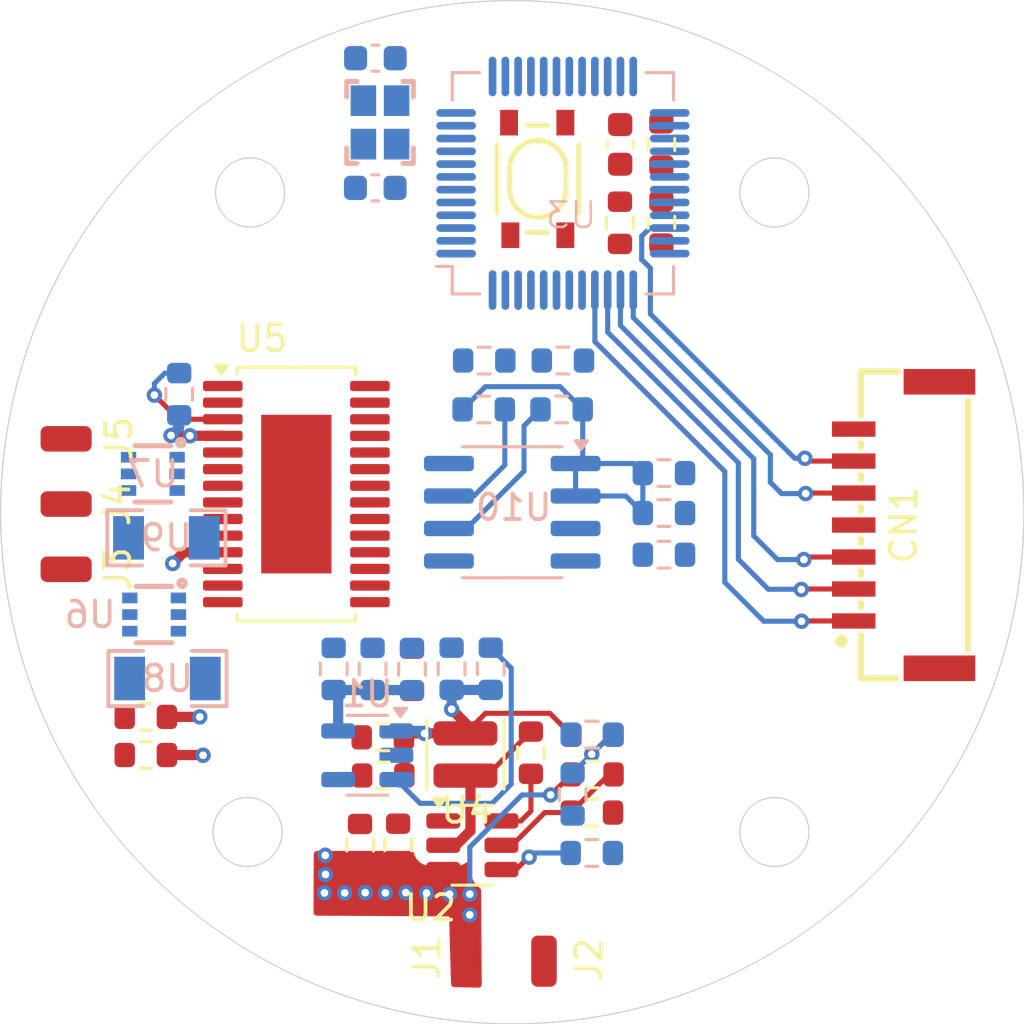
<source format=kicad_pcb>
(kicad_pcb (version 20241229) (generator "pcbnew") (generator_version "9.0")
  (layers (0 "F.Cu" signal "Top Layer") (4 "In1.Cu" mixed) (6 "In2.Cu" mixed) (2 "B.Cu" signal "Bottom Layer") (13 "F.Paste" user "Top Paste Mask Layer") (15 "B.Paste" user "Bottom Paste Mask Layer") (5 "F.SilkS" user "Top Silkscreen Layer") (7 "B.SilkS" user "Bottom Silkscreen Layer") (1 "F.Mask" user "Top Solder Mask Layer") (3 "B.Mask" user "Bottom Solder Mask Layer") (25 "Edge.Cuts" user "Multi-Layer"))
  (net 0 "")
  (net 1 "/OSC_IN")
  (net 2 "/BOOT0")
  (net 3 "Net-(Y1-Pad2)")
  (net 4 "Net-(U1-EN)")
  (net 5 "3.3V")
  (net 7 "+5V")
  (net 8 "/VDD")
  (net 9 "/PB10")
  (net 10 "/PC15")
  (net 11 "/PB13")
  (net 12 "/PB11")
  (net 13 "/PA12")
  (net 14 "/PB5")
  (net 15 "/PA7")
  (net 16 "/PA3")
  (net 17 "/PA6")
  (net 18 "/PA9")
  (net 19 "/PD12")
  (net 20 "/OSC_OUT")
  (net 21 "/PC13")
  (net 22 "/PA1")
  (net 23 "/PA2")
  (net 24 "/PB1")
  (net 25 "/PB7")
  (net 26 "/PB2")
  (net 27 "/PB12")
  (net 28 "/PA0")
  (net 29 "/PC14")
  (net 30 "/PA4")
  (net 31 "/PA5")
  (net 32 "/PA11")
  (net 33 "/PB0")
  (net 34 "/NRST")
  (net 35 "/PA8")
  (net 36 "/PD13")
  (net 37 "/PB6")
  (net 38 "/PB9")
  (net 39 "/PB15")
  (net 40 "Net-(U2-BOOT)")
  (net 41 "VCC")
  (net 42 "Net-(U2-FB)")
  (net 43 "/EN")
  (net 44 "Net-(U2-SW)")
  (net 45 "Net-(U5-RESET#)")
  (net 46 "/PGND")
  (net 47 "/OUT1")
  (net 50 "Net-(U5-CP1)")
  (net 52 "/OUT2")
  (net 54 "Net-(U5-CP2)")
  (net 56 "/MOTOR1")
  (net 58 "/MOTOR2")
  (net 60 "/SCL")
  (net 63 "/SDA")
  (net 64 "Net-(C13-Pad2)")
  (net 67 "/MOTOR3")
  (net 68 "Net-(U10-PGO)")
  (net 69 "GND")
  (net 70 "/VSS")
  (net 71 "Net-(U5-VCP)")
  (net 72 "JTDO")
  (net 73 "JTDI")
  (net 74 "JTMS")
  (net 75 "JTCK")
  (net 76 "NJTRST")
  (net 77 "TIM1_CH3")
  (net 78 "TIM1_CH2")
  (net 79 "TIM1_CH1")
  (net 80 "OUT3")
  (footprint "Connector_Wire:SolderWirePad_1x01_SMD_1x2mm" (layer "F.Cu") (at 197.56 68.63 90)
    (property "Reference" "J5" (at 0 2.07 90) (layer "F.SilkS"))
    (property "Value" "Conn_01x01")
    (pad "1" smd roundrect (at 0 0 90) (size 1 2) (layers "F.Cu" "F.Mask") (net 67 "/MOTOR3"))
  )
  (footprint "SparkFun-Resistor:R_0603_1608Metric" (layer "F.Cu") (at 209.94 80.3)
    (property "Reference" "C11")
    (property "Value" "22uF")
    (pad "1" smd roundrect (at -0.825 0) (size 0.8 0.95) (layers "F.Cu" "F.Mask" "F.Paste") (net 69 "GND"))
    (pad "2" smd roundrect (at 0.825 0) (size 0.8 0.95) (layers "F.Cu" "F.Mask" "F.Paste") (net 7 "+5V"))
  )
  (footprint "SparkFun-Resistor:R_0603_1608Metric" (layer "F.Cu") (at 218.135 80.2 180)
    (property "Reference" "R4")
    (property "Value" "49.9")
    (pad "1" smd roundrect (at -0.825 0 180) (size 0.8 0.95) (layers "F.Cu" "F.Mask" "F.Paste") (net 64 "Net-(C13-Pad2)"))
    (pad "2" smd roundrect (at 0.825 0 180) (size 0.8 0.95) (layers "F.Cu" "F.Mask" "F.Paste") (net 7 "+5V"))
  )
  (footprint "Connector_Wire:SolderWirePad_1x01_SMD_1x2mm" (layer "F.Cu") (at 216.24 89.05)
    (property "Reference" "J2" (at 1.76 -0.05 90) (layer "F.SilkS"))
    (property "Value" "Conn_01x01" (hide yes))
    (pad "1" smd roundrect (at 0 0) (size 1 2) (layers "F.Cu" "F.Mask") (net 46 "/PGND"))
  )
  (footprint "Package_TO_SOT_SMD:SOT-23-6" (layer "F.Cu") (at 213.44 84.5175)
    (property "Reference" "U2" (at -1.64 2.4525 0) (layer "F.SilkS"))
    (property "Value" "TPS54302DDCR" (hide yes))
    (pad "1" smd roundrect (at -1.1375 -0.95) (size 1.325 0.6) (layers "F.Cu" "F.Mask" "F.Paste") (net 69 "GND"))
    (pad "2" smd roundrect (at -1.1375 0) (size 1.325 0.6) (layers "F.Cu" "F.Mask" "F.Paste") (net 44 "Net-(U2-SW)"))
    (pad "3" smd roundrect (at -1.1375 0.95) (size 1.325 0.6) (layers "F.Cu" "F.Mask" "F.Paste") (net 41 "VCC"))
    (pad "4" smd roundrect (at 1.1375 0.95) (size 1.325 0.6) (layers "F.Cu" "F.Mask" "F.Paste") (net 42 "Net-(U2-FB)"))
    (pad "5" smd roundrect (at 1.1375 0) (size 1.325 0.6) (layers "F.Cu" "F.Mask" "F.Paste") (net 43 "/EN"))
    (pad "6" smd roundrect (at 1.1375 -0.95) (size 1.325 0.6) (layers "F.Cu" "F.Mask" "F.Paste") (net 40 "Net-(U2-BOOT)"))
  )
  (footprint "Connector_Wire:SolderWirePad_1x01_SMD_1x2mm" (layer "F.Cu") (at 213.28 89.06)
    (property "Reference" "J1" (at -1.62 -0.14 90) (layer "F.SilkS"))
    (property "Value" "Conn_01x01" (hide yes))
    (pad "1" smd roundrect (at 0 0) (size 1 2) (layers "F.Cu" "F.Mask") (net 41 "VCC"))
  )
  (footprint "Connector_Wire:SolderWirePad_1x01_SMD_1x2mm" (layer "F.Cu") (at 197.56 73.73 90)
    (property "Reference" "J3" (at 0 2.01 90) (layer "F.SilkS"))
    (property "Value" "Conn_01x01")
    (pad "1" smd roundrect (at 0 0 90) (size 1 2) (layers "F.Cu" "F.Mask") (net 56 "/MOTOR1"))
  )
  (footprint "SparkFun-Resistor:R_0603_1608Metric" (layer "F.Cu") (at 218.135 81.75 180)
    (property "Reference" "R2")
    (property "Value" "511K")
    (pad "1" smd roundrect (at -0.825 0 180) (size 0.8 0.95) (layers "F.Cu" "F.Mask" "F.Paste") (net 43 "/EN"))
    (pad "2" smd roundrect (at 0.825 0 180) (size 0.8 0.95) (layers "F.Cu" "F.Mask" "F.Paste") (net 41 "VCC"))
  )
  (footprint "SparkFun-Resistor:R_0603_1608Metric" (layer "F.Cu") (at 200.675 79.5)
    (property "Reference" "C18")
    (property "Value" "100nF")
    (pad "1" smd roundrect (at -0.825 0) (size 0.8 0.95) (layers "F.Cu" "F.Mask" "F.Paste") (net 69 "GND"))
    (pad "2" smd roundrect (at 0.825 0) (size 0.8 0.95) (layers "F.Cu" "F.Mask" "F.Paste") (net 41 "VCC"))
  )
  (footprint "SparkFun-Resistor:R_0603_1608Metric" (layer "F.Cu") (at 218.115 83.24 180)
    (property "Reference" "R3")
    (property "Value" "105K")
    (pad "1" smd roundrect (at -0.825 0 180) (size 0.8 0.95) (layers "F.Cu" "F.Mask" "F.Paste") (net 69 "GND"))
    (pad "2" smd roundrect (at 0.825 0 180) (size 0.8 0.95) (layers "F.Cu" "F.Mask" "F.Paste") (net 43 "/EN"))
  )
  (footprint "Inductor_SMD:L_Changjiang_FTC252012S" (layer "F.Cu") (at 213.17 80.97 90)
    (property "Reference" "U4" (at -2.175 0.06 0) (layer "F.SilkS"))
    (property "Value" "10uH")
    (pad "1" smd roundrect (at -0.825 0 90) (size 0.95 2.5) (layers "F.Cu" "F.Mask" "F.Paste") (net 44 "Net-(U2-SW)"))
    (pad "2" smd roundrect (at 0.825 0 90) (size 0.95 2.5) (layers "F.Cu" "F.Mask" "F.Paste") (net 7 "+5V"))
  )
  (footprint "SparkFun-Switch:Push_SMD_4.2x3.2mm" (layer "F.Cu") (at 216 58.47 -90)
    (property "Reference" "SW2")
    (property "Value" "SMD_4.2x3.2mm_h2.5mm")
    (pad "1" smd rect (at -2.2 -1.075 270) (size 1 0.7) (layers "F.Cu" "F.Mask" "F.Paste") (net 69 "GND"))
    (pad "1" smd rect (at 2.2 -1.075 270) (size 1 0.7) (layers "F.Cu" "F.Mask" "F.Paste") (net 69 "GND"))
    (pad "2" smd rect (at -2.2 1.125 270) (size 1 0.7) (layers "F.Cu" "F.Mask" "F.Paste") (net 34 "/NRST"))
    (pad "2" smd rect (at 2.2 1.075 270) (size 1 0.7) (layers "F.Cu" "F.Mask" "F.Paste") (net 34 "/NRST"))
  )
  (footprint "SparkFun-Resistor:R_0603_1608Metric" (layer "F.Cu") (at 219.21 60.185 90)
    (property "Reference" "R8")
    (property "Value" "10k")
    (pad "1" smd roundrect (at -0.825 0 90) (size 0.8 0.95) (layers "F.Cu" "F.Mask" "F.Paste") (net 2 "/BOOT0"))
    (pad "2" smd roundrect (at 0.825 0 90) (size 0.8 0.95) (layers "F.Cu" "F.Mask" "F.Paste") (net 69 "GND"))
  )
  (footprint "SparkFun-Resistor:R_0603_1608Metric" (layer "F.Cu") (at 220.83 57.125 -90)
    (property "Reference" "C7")
    (property "Value" "1uF")
    (pad "1" smd roundrect (at -0.825 0 270) (size 0.8 0.95) (layers "F.Cu" "F.Mask" "F.Paste") (net 69 "GND"))
    (pad "2" smd roundrect (at 0.825 0 270) (size 0.8 0.95) (layers "F.Cu" "F.Mask" "F.Paste") (net 5 "3.3V"))
  )
  (footprint "Package_SO:HTSSOP-28-1EP_4.4x9.7mm_P0.65mm_EP2.75x6.2mm" (layer "F.Cu") (at 206.56 70.79)
    (property "Reference" "U5" (at -1.34 -6.082 0) (layer "F.SilkS"))
    (property "Value" "DRV8313PWPR")
    (pad "1" smd roundrect (at -2.875 -4.225) (size 1.55 0.4) (layers "F.Cu" "F.Mask" "F.Paste") (net 50 "Net-(U5-CP1)"))
    (pad "2" smd roundrect (at -2.875 -3.575) (size 1.55 0.4) (layers "F.Cu" "F.Mask" "F.Paste") (net 54 "Net-(U5-CP2)"))
    (pad "3" smd roundrect (at -2.875 -2.925) (size 1.55 0.4) (layers "F.Cu" "F.Mask" "F.Paste") (net 71 "Net-(U5-VCP)"))
    (pad "4" smd roundrect (at -2.875 -2.275) (size 1.55 0.4) (layers "F.Cu" "F.Mask" "F.Paste") (net 41 "VCC"))
    (pad "5" smd roundrect (at -2.875 -1.625) (size 1.55 0.4) (layers "F.Cu" "F.Mask" "F.Paste") (net 47 "/OUT1"))
    (pad "6" smd roundrect (at -2.875 -0.975) (size 1.55 0.4) (layers "F.Cu" "F.Mask" "F.Paste") (net 46 "/PGND"))
    (pad "7" smd roundrect (at -2.875 -0.325) (size 1.55 0.4) (layers "F.Cu" "F.Mask" "F.Paste") (net 46 "/PGND"))
    (pad "8" smd roundrect (at -2.875 0.325) (size 1.55 0.4) (layers "F.Cu" "F.Mask" "F.Paste") (net 52 "/OUT2"))
    (pad "9" smd roundrect (at -2.875 0.975) (size 1.55 0.4) (layers "F.Cu" "F.Mask" "F.Paste") (net 80 "OUT3"))
    (pad "10" smd roundrect (at -2.875 1.625) (size 1.55 0.4) (layers "F.Cu" "F.Mask" "F.Paste") (net 46 "/PGND"))
    (pad "11" smd roundrect (at -2.875 2.275) (size 1.55 0.4) (layers "F.Cu" "F.Mask" "F.Paste") (net 41 "VCC"))
    (pad "12" smd roundrect (at -2.875 2.925) (size 1.55 0.4) (layers "F.Cu" "F.Mask" "F.Paste") (net 69 "GND"))
    (pad "13" smd roundrect (at -2.875 3.575) (size 1.55 0.4) (layers "F.Cu" "F.Mask" "F.Paste") (net 69 "GND"))
    (pad "14" smd roundrect (at -2.875 4.225) (size 1.55 0.4) (layers "F.Cu" "F.Mask" "F.Paste") (net 69 "GND"))
    (pad "15" smd roundrect (at 2.875 4.225) (size 1.55 0.4) (layers "F.Cu" "F.Mask" "F.Paste") (net 45 "Net-(U5-RESET#)"))
    (pad "16" smd roundrect (at 2.875 3.575) (size 1.55 0.4) (layers "F.Cu" "F.Mask" "F.Paste") (net 45 "Net-(U5-RESET#)"))
    (pad "17" smd roundrect (at 2.875 2.925) (size 1.55 0.4) (layers "F.Cu" "F.Mask" "F.Paste") (net 45 "Net-(U5-RESET#)"))
    (pad "18" smd roundrect (at 2.875 2.275) (size 1.55 0.4) (layers "F.Cu" "F.Mask" "F.Paste"))
    (pad "19" smd roundrect (at 2.875 1.625) (size 1.55 0.4) (layers "F.Cu" "F.Mask" "F.Paste") (net 69 "GND"))
    (pad "20" smd roundrect (at 2.875 0.975) (size 1.55 0.4) (layers "F.Cu" "F.Mask" "F.Paste") (net 69 "GND"))
    (pad "21" smd roundrect (at 2.875 0.325) (size 1.55 0.4) (layers "F.Cu" "F.Mask" "F.Paste"))
    (pad "22" smd roundrect (at 2.875 -0.325) (size 1.55 0.4) (layers "F.Cu" "F.Mask" "F.Paste"))
    (pad "23" smd roundrect (at 2.875 -0.975) (size 1.55 0.4) (layers "F.Cu" "F.Mask" "F.Paste") (net 77 "TIM1_CH3"))
    (pad "24" smd roundrect (at 2.875 -1.625) (size 1.55 0.4) (layers "F.Cu" "F.Mask" "F.Paste"))
    (pad "25" smd roundrect (at 2.875 -2.275) (size 1.55 0.4) (layers "F.Cu" "F.Mask" "F.Paste") (net 78 "TIM1_CH2"))
    (pad "26" smd roundrect (at 2.875 -2.925) (size 1.55 0.4) (layers "F.Cu" "F.Mask" "F.Paste"))
    (pad "27" smd roundrect (at 2.875 -3.575) (size 1.55 0.4) (layers "F.Cu" "F.Mask" "F.Paste") (net 79 "TIM1_CH1"))
    (pad "28" smd roundrect (at 2.875 -4.225) (size 1.55 0.4) (layers "F.Cu" "F.Mask" "F.Paste") (net 69 "GND"))
    (pad "29" smd rect (at 0 0) (size 2.75 6.2) (property pad_prop_heatsink) (layers "F.Cu" "F.Mask") (net 46 "/PGND"))
  )
  (footprint "SparkFun-Resistor:R_0603_1608Metric" (layer "F.Cu") (at 200.675 80.99)
    (property "Reference" "C17")
    (property "Value" "10uF")
    (pad "1" smd roundrect (at -0.825 0) (size 0.8 0.95) (layers "F.Cu" "F.Mask" "F.Paste") (net 69 "GND"))
    (pad "2" smd roundrect (at 0.825 0) (size 0.8 0.95) (layers "F.Cu" "F.Mask" "F.Paste") (net 41 "VCC"))
  )
  (footprint "Connector_Wire:SolderWirePad_1x01_SMD_1x2mm" (layer "F.Cu") (at 197.56 71.18 90)
    (property "Reference" "J4" (at 0 1.98 90) (layer "F.SilkS"))
    (property "Value" "Conn_01x01")
    (pad "1" smd roundrect (at 0 0 90) (size 1 2) (layers "F.Cu" "F.Mask") (net 58 "/MOTOR2"))
  )
  (footprint "SparkFun-Resistor:R_0603_1608Metric" (layer "F.Cu") (at 215.73 80.9 90)
    (property "Reference" "C9")
    (property "Value" "100nF")
    (pad "1" smd roundrect (at -0.825 0 90) (size 0.8 0.95) (layers "F.Cu" "F.Mask" "F.Paste") (net 40 "Net-(U2-BOOT)"))
    (pad "2" smd roundrect (at 0.825 0 90) (size 0.8 0.95) (layers "F.Cu" "F.Mask" "F.Paste") (net 44 "Net-(U2-SW)"))
  )
  (footprint "SparkFun-Resistor:R_0603_1608Metric" (layer "F.Cu") (at 209.05 84.51 -90)
    (property "Reference" "C5")
    (property "Value" "100nF")
    (pad "1" smd roundrect (at -0.825 0 270) (size 0.8 0.95) (layers "F.Cu" "F.Mask" "F.Paste") (net 69 "GND"))
    (pad "2" smd roundrect (at 0.825 0 270) (size 0.8 0.95) (layers "F.Cu" "F.Mask" "F.Paste") (net 41 "VCC"))
  )
  (footprint "SparkFun-Resistor:R_0603_1608Metric" (layer "F.Cu") (at 220.83 60.17 -90)
    (property "Reference" "C4")
    (property "Value" "100nF")
    (pad "1" smd roundrect (at -0.825 0 270) (size 0.8 0.95) (layers "F.Cu" "F.Mask" "F.Paste") (net 69 "GND"))
    (pad "2" smd roundrect (at 0.825 0 270) (size 0.8 0.95) (layers "F.Cu" "F.Mask" "F.Paste") (net 5 "3.3V"))
  )
  (footprint "SparkFun-Resistor:R_0603_1608Metric" (layer "F.Cu") (at 210.54 84.5 -90)
    (property "Reference" "C2")
    (property "Value" "10uF")
    (pad "1" smd roundrect (at -0.825 0 270) (size 0.8 0.95) (layers "F.Cu" "F.Mask" "F.Paste") (net 69 "GND"))
    (pad "2" smd roundrect (at 0.825 0 270) (size 0.8 0.95) (layers "F.Cu" "F.Mask" "F.Paste") (net 41 "VCC"))
  )
  (footprint "SparkFun-Resistor:R_0603_1608Metric" (layer "F.Cu") (at 209.955 81.79)
    (property "Reference" "C12")
    (property "Value" "22uF")
    (pad "1" smd roundrect (at -0.825 0) (size 0.8 0.95) (layers "F.Cu" "F.Mask" "F.Paste") (net 69 "GND"))
    (pad "2" smd roundrect (at 0.825 0) (size 0.8 0.95) (layers "F.Cu" "F.Mask" "F.Paste") (net 7 "+5V"))
  )
  (footprint "SparkFun-Resistor:R_0603_1608Metric" (layer "F.Cu") (at 211.08 77.655 90)
    (property "Reference" "C21")
    (property "Value" "100nF")
    (pad "1" smd roundrect (at -0.825 0 90) (size 0.8 0.95) (layers "F.Cu" "F.Mask" "F.Paste") (net 45 "Net-(U5-RESET#)"))
    (pad "2" smd roundrect (at 0.825 0 90) (size 0.8 0.95) (layers "F.Cu" "F.Mask" "F.Paste") (net 69 "GND"))
  )
  (footprint "ProPrj_BLDCcontroller_2025-09-27:CONN-SMD_7P-P1.25_XUNPU_WAFER-GH1.25-7PLB" (layer "F.Cu") (at 230.025 72 90)
    (property "Reference" "CN1" (at 0 0.275 90) (layer "F.SilkS"))
    (property "Value" "WAFER-GH1.25-7PLB" (hide yes))
    (pad "1" smd rect (at -3.75 -1.675 270) (size 0.6 1.7) (layers "F.Cu" "F.Mask" "F.Paste") (net 76 "NJTRST"))
    (pad "2" smd rect (at -2.4995 -1.675 270) (size 0.6 1.7) (layers "F.Cu" "F.Mask" "F.Paste") (net 72 "JTDO"))
    (pad "3" smd rect (at -1.25 -1.675 270) (size 0.6 1.7) (layers "F.Cu" "F.Mask" "F.Paste") (net 73 "JTDI"))
    (pad "4" smd rect (at 0 -1.675 270) (size 0.6 1.7) (layers "F.Cu" "F.Mask" "F.Paste") (net 69 "GND"))
    (pad "5" smd rect (at 1.2505 -1.675 270) (size 0.6 1.7) (layers "F.Cu" "F.Mask" "F.Paste") (net 75 "JTCK"))
    (pad "6" smd rect (at 2.5 -1.675 270) (size 0.6 1.7) (layers "F.Cu" "F.Mask" "F.Paste") (net 74 "JTMS"))
    (pad "7" smd rect (at 3.75 -1.675 270) (size 0.6 1.7) (layers "F.Cu" "F.Mask" "F.Paste") (net 5 "3.3V"))
    (pad "8" smd rect (at 5.6 1.675 270) (size 1 2.8) (layers "F.Cu" "F.Mask" "F.Paste") (net 69 "GND"))
    (pad "9" smd rect (at -5.6 1.675 270) (size 1 2.8) (layers "F.Cu" "F.Mask" "F.Paste") (net 69 "GND"))
  )
  (footprint "SparkFun-Capacitor:C_0603_1608Metric" (layer "F.Cu") (at 219.22 57.12 -90)
    (property "Reference" "C24")
    (property "Value" "0.1uF")
    (pad "1" smd roundrect (at -0.775 0 270) (size 0.9 0.95) (layers "F.Cu" "F.Mask" "F.Paste") (net 69 "GND"))
    (pad "2" smd roundrect (at 0.775 0 270) (size 0.9 0.95) (layers "F.Cu" "F.Mask" "F.Paste") (net 34 "/NRST"))
  )
  (footprint "Package_TO_SOT_SMD:SOT-23-5" (layer "B.Cu") (at 209.3325 81 180)
    (property "Reference" "U1" (at 0 2.4 0) (layer "B.SilkS") (effects (justify mirror)))
    (property "Value" "SGM2019-3.3YN5G/TR")
    (pad "1" smd roundrect (at -1.1375 0.95 180) (size 1.325 0.6) (layers "B.Cu" "B.Mask" "B.Paste") (net 7 "+5V"))
    (pad "2" smd roundrect (at -1.1375 0 180) (size 1.325 0.6) (layers "B.Cu" "B.Mask" "B.Paste") (net 69 "GND"))
    (pad "3" smd roundrect (at -1.1375 -0.95 180) (size 1.325 0.6) (layers "B.Cu" "B.Mask" "B.Paste") (net 4 "Net-(U1-EN)"))
    (pad "4" smd roundrect (at 1.1375 -0.95 180) (size 1.325 0.6) (layers "B.Cu" "B.Mask" "B.Paste"))
    (pad "5" smd roundrect (at 1.1375 0.95 180) (size 1.325 0.6) (layers "B.Cu" "B.Mask" "B.Paste") (net 5 "3.3V"))
  )
  (footprint "SparkFun-Capacitor:C_0603_1608Metric" (layer "B.Cu") (at 209.645 58.82 180)
    (property "Reference" "C15")
    (property "Value" "15pF")
    (pad "1" smd roundrect (at -0.775 0 180) (size 0.9 0.95) (layers "B.Cu" "B.Mask" "B.Paste") (net 1 "/OSC_IN"))
    (pad "2" smd roundrect (at 0.775 0 180) (size 0.9 0.95) (layers "B.Cu" "B.Mask" "B.Paste") (net 69 "GND"))
  )
  (footprint "ProPrj_BLDCcontroller_2025-09-27:R1206" (layer "B.Cu") (at 201.521 78 180)
    (property "Reference" "U8" (at 0 0 0) (layer "B.SilkS") (effects (justify mirror)))
    (property "Value" "1mΩ")
    (pad "1" smd rect (at -1.479 0 180) (size 1.2075 1.701) (layers "B.Cu" "B.Mask" "B.Paste") (net 47 "/OUT1"))
    (pad "2" smd rect (at 1.479 0 180) (size 1.2075 1.701) (layers "B.Cu" "B.Mask" "B.Paste") (net 56 "/MOTOR1"))
  )
  (footprint "SparkFun-Resistor:R_0603_1608Metric" (layer "B.Cu") (at 217.36 82.53 90)
    (property "Reference" "C13")
    (property "Value" "75pF")
    (pad "1" smd roundrect (at -0.825 0 90) (size 0.8 0.95) (layers "B.Cu" "B.Mask" "B.Paste") (net 42 "Net-(U2-FB)"))
    (pad "2" smd roundrect (at 0.825 0 90) (size 0.8 0.95) (layers "B.Cu" "B.Mask" "B.Paste") (net 64 "Net-(C13-Pad2)"))
  )
  (footprint "SparkFun-Resistor:R_0603_1608Metric" (layer "B.Cu") (at 220.93 71.53 180)
    (property "Reference" "C23")
    (property "Value" "100nF")
    (pad "1" smd roundrect (at -0.825 0 180) (size 0.8 0.95) (layers "B.Cu" "B.Mask" "B.Paste"))
    (pad "2" smd roundrect (at 0.825 0 180) (size 0.8 0.95) (layers "B.Cu" "B.Mask" "B.Paste") (net 5 "3.3V"))
  )
  (footprint "SparkFun-Resistor:R_0603_1608Metric" (layer "B.Cu") (at 216.98 65.57)
    (property "Reference" "C6")
    (property "Value" "100nF")
    (pad "1" smd roundrect (at -0.825 0) (size 0.8 0.95) (layers "B.Cu" "B.Mask" "B.Paste") (net 69 "GND"))
    (pad "2" smd roundrect (at 0.825 0) (size 0.8 0.95) (layers "B.Cu" "B.Mask" "B.Paste") (net 5 "3.3V"))
  )
  (footprint "ProPrj_BLDCcontroller_2025-09-27:SC-70-6_L2.2-W1.3-P0.65-LS2.1-BR" (layer "B.Cu") (at 200.95 70)
    (property "Reference" "U7" (at 0 0 0) (layer "B.SilkS") (effects (justify mirror)))
    (property "Value" "INA199A1DCKR")
    (pad "1" smd rect (at 0.95 -0.65 270) (size 0.42 0.6) (layers "B.Cu" "B.Mask" "B.Paste") (net 69 "GND"))
    (pad "2" smd rect (at 0.95 0 270) (size 0.42 0.6) (layers "B.Cu" "B.Mask" "B.Paste") (net 69 "GND"))
    (pad "3" smd rect (at 0.95 0.65 270) (size 0.42 0.6) (layers "B.Cu" "B.Mask" "B.Paste") (net 5 "3.3V"))
    (pad "4" smd rect (at -0.95 0.65 90) (size 0.42 0.6) (layers "B.Cu" "B.Mask" "B.Paste") (net 52 "/OUT2"))
    (pad "5" smd rect (at -0.95 0 90) (size 0.42 0.6) (layers "B.Cu" "B.Mask" "B.Paste") (net 58 "/MOTOR2"))
    (pad "6" smd rect (at -0.95 -0.65 90) (size 0.42 0.6) (layers "B.Cu" "B.Mask" "B.Paste"))
  )
  (footprint "SparkFun-Resistor:R_0603_1608Metric" (layer "B.Cu") (at 220.93 69.97 180)
    (property "Reference" "C22")
    (property "Value" "100nF")
    (pad "1" smd roundrect (at -0.825 0 180) (size 0.8 0.95) (layers "B.Cu" "B.Mask" "B.Paste"))
    (pad "2" smd roundrect (at 0.825 0 180) (size 0.8 0.95) (layers "B.Cu" "B.Mask" "B.Paste") (net 5 "3.3V"))
  )
  (footprint "SparkFun-Clock:Crystal_SMD_2.5x2.0mm" (layer "B.Cu") (at 209.83 56.26 90)
    (property "Reference" "Y1")
    (property "Value" "12MHz")
    (pad "1" smd rect (at -0.85 -0.65 90) (size 1.2 1) (layers "B.Cu" "B.Mask" "B.Paste") (net 1 "/OSC_IN"))
    (pad "2" smd rect (at 0.85 -0.65 90) (size 1.2 1) (layers "B.Cu" "B.Mask" "B.Paste") (net 3 "Net-(Y1-Pad2)"))
    (pad "3" smd rect (at 0.85 0.65 90) (size 1.2 1) (layers "B.Cu" "B.Mask" "B.Paste") (net 20 "/OSC_OUT"))
    (pad "4" smd rect (at -0.85 0.65 90) (size 1.2 1) (layers "B.Cu" "B.Mask" "B.Paste") (net 3 "Net-(Y1-Pad2)"))
  )
  (footprint "SparkFun-Resistor:R_0603_1608Metric" (layer "B.Cu") (at 220.93 73.16)
    (property "Reference" "R9")
    (property "Value" "1K")
    (pad "1" smd roundrect (at -0.825 0) (size 0.8 0.95) (layers "B.Cu" "B.Mask" "B.Paste") (net 68 "Net-(U10-PGO)"))
    (pad "2" smd roundrect (at 0.825 0) (size 0.8 0.95) (layers "B.Cu" "B.Mask" "B.Paste") (net 69 "GND"))
  )
  (footprint "SparkFun-Resistor:R_0603_1608Metric" (layer "B.Cu") (at 213.905 65.57 180)
    (property "Reference" "C1")
    (property "Value" "100nF")
    (pad "1" smd roundrect (at -0.825 0 180) (size 0.8 0.95) (layers "B.Cu" "B.Mask" "B.Paste") (net 69 "GND"))
    (pad "2" smd roundrect (at 0.825 0 180) (size 0.8 0.95) (layers "B.Cu" "B.Mask" "B.Paste") (net 5 "3.3V"))
  )
  (footprint "SparkFun-Resistor:R_0603_1608Metric" (layer "B.Cu") (at 216.93 67.48)
    (property "Reference" "R11")
    (property "Value" "10K")
    (pad "1" smd roundrect (at -0.825 0) (size 0.8 0.95) (layers "B.Cu" "B.Mask" "B.Paste") (net 63 "/SDA"))
    (pad "2" smd roundrect (at 0.825 0) (size 0.8 0.95) (layers "B.Cu" "B.Mask" "B.Paste") (net 5 "3.3V"))
  )
  (footprint "N32_Library:N32G430C8L7" (layer "B.Cu") (at 217.305 59.89)
    (property "Reference" "U3" (at 0 0 0) (layer "B.SilkS") (effects (font (thickness 0.1)) (justify mirror)))
    (property "Value" "N32G430C8L7")
    (pad "1" smd oval (at -4.5 1.5 270) (size 0.3 1.55) (layers "B.Cu" "B.Mask" "B.Paste") (net 8 "/VDD"))
    (pad "2" smd oval (at -4.5 1 270) (size 0.3 1.55) (layers "B.Cu" "B.Mask" "B.Paste") (net 21 "/PC13"))
    (pad "3" smd oval (at -4.5 0.5 270) (size 0.3 1.55) (layers "B.Cu" "B.Mask" "B.Paste") (net 29 "/PC14"))
    (pad "4" smd oval (at -4.5 0 270) (size 0.3 1.55) (layers "B.Cu" "B.Mask" "B.Paste") (net 10 "/PC15"))
    (pad "5" smd oval (at -4.5 -0.5 270) (size 0.3 1.55) (layers "B.Cu" "B.Mask" "B.Paste") (net 1 "/OSC_IN"))
    (pad "6" smd oval (at -4.5 -1 270) (size 0.3 1.55) (layers "B.Cu" "B.Mask" "B.Paste") (net 20 "/OSC_OUT"))
    (pad "7" smd oval (at -4.5 -1.5 270) (size 0.3 1.55) (layers "B.Cu" "B.Mask" "B.Paste") (net 34 "/NRST"))
    (pad "8" smd oval (at -4.5 -2 270) (size 0.3 1.55) (layers "B.Cu" "B.Mask" "B.Paste") (net 70 "/VSS"))
    (pad "9" smd oval (at -4.5 -2.5 270) (size 0.3 1.55) (layers "B.Cu" "B.Mask" "B.Paste") (net 8 "/VDD"))
    (pad "10" smd oval (at -4.5 -3 270) (size 0.3 1.55) (layers "B.Cu" "B.Mask" "B.Paste") (net 28 "/PA0"))
    (pad "11" smd oval (at -4.5 -3.5 270) (size 0.3 1.55) (layers "B.Cu" "B.Mask" "B.Paste") (net 22 "/PA1"))
    (pad "12" smd oval (at -4.5 -4 270) (size 0.3 1.55) (layers "B.Cu" "B.Mask" "B.Paste") (net 23 "/PA2"))
    (pad "13" smd oval (at -3.075 -5.425) (size 0.3 1.55) (layers "B.Cu" "B.Mask" "B.Paste") (net 16 "/PA3"))
    (pad "14" smd oval (at -2.575 -5.425) (size 0.3 1.55) (layers "B.Cu" "B.Mask" "B.Paste") (net 30 "/PA4"))
    (pad "15" smd oval (at -2.075 -5.425) (size 0.3 1.55) (layers "B.Cu" "B.Mask" "B.Paste") (net 31 "/PA5"))
    (pad "16" smd oval (at -1.575 -5.425) (size 0.3 1.55) (layers "B.Cu" "B.Mask" "B.Paste") (net 17 "/PA6"))
    (pad "17" smd oval (at -1.075 -5.425) (size 0.3 1.55) (layers "B.Cu" "B.Mask" "B.Paste") (net 15 "/PA7"))
    (pad "18" smd oval (at -0.575 -5.425) (size 0.3 1.55) (layers "B.Cu" "B.Mask" "B.Paste") (net 33 "/PB0"))
    (pad "19" smd oval (at -0.075 -5.425) (size 0.3 1.55) (layers "B.Cu" "B.Mask" "B.Paste") (net 24 "/PB1"))
    (pad "20" smd oval (at 0.425 -5.425) (size 0.3 1.55) (layers "B.Cu" "B.Mask" "B.Paste") (net 26 "/PB2"))
    (pad "21" smd oval (at 0.925 -5.425) (size 0.3 1.55) (layers "B.Cu" "B.Mask" "B.Paste") (net 9 "/PB10"))
    (pad "22" smd oval (at 1.425 -5.425) (size 0.3 1.55) (layers "B.Cu" "B.Mask" "B.Paste") (net 12 "/PB11"))
    (pad "23" smd oval (at 1.925 -5.425) (size 0.3 1.55) (layers "B.Cu" "B.Mask" "B.Paste") (net 70 "/VSS"))
    (pad "24" smd oval (at 2.425 -5.425) (size 0.3 1.55) (layers "B.Cu" "B.Mask" "B.Paste") (net 8 "/VDD"))
    (pad "25" smd oval (at 3.85 -4 270) (size 0.3 1.55) (layers "B.Cu" "B.Mask" "B.Paste") (net 27 "/PB12"))
    (pad "26" smd oval (at 3.85 -3.5 270) (size 0.3 1.55) (layers "B.Cu" "B.Mask" "B.Paste") (net 11 "/PB13"))
    (pad "27" smd oval (at 3.85 -3 270) (size 0.3 1.55) (layers "B.Cu" "B.Mask" "B.Paste") (net 79 "TIM1_CH1"))
    (pad "28" smd oval (at 3.85 -2.5 270) (size 0.3 1.55) (layers "B.Cu" "B.Mask" "B.Paste") (net 39 "/PB15"))
    (pad "29" smd oval (at 3.85 -2 270) (size 0.3 1.55) (layers "B.Cu" "B.Mask" "B.Paste") (net 35 "/PA8"))
    (pad "30" smd oval (at 3.85 -1.5 270) (size 0.3 1.55) (layers "B.Cu" "B.Mask" "B.Paste") (net 18 "/PA9"))
    (pad "31" smd oval (at 3.85 -1 270) (size 0.3 1.55) (layers "B.Cu" "B.Mask" "B.Paste") (net 77 "TIM1_CH3"))
    (pad "32" smd oval (at 3.85 -0.5 270) (size 0.3 1.55) (layers "B.Cu" "B.Mask" "B.Paste") (net 32 "/PA11"))
    (pad "33" smd oval (at 3.85 0 270) (size 0.3 1.55) (layers "B.Cu" "B.Mask" "B.Paste") (net 13 "/PA12"))
    (pad "34" smd oval (at 3.85 0.5 270) (size 0.3 1.55) (layers "B.Cu" "B.Mask" "B.Paste") (net 74 "JTMS"))
    (pad "35" smd oval (at 3.85 1 270) (size 0.3 1.55) (layers "B.Cu" "B.Mask" "B.Paste") (net 19 "/PD12"))
    (pad "36" smd oval (at 3.85 1.5 270) (size 0.3 1.55) (layers "B.Cu" "B.Mask" "B.Paste") (net 36 "/PD13"))
    (pad "37" smd oval (at 2.425 2.925) (size 0.3 1.55) (layers "B.Cu" "B.Mask" "B.Paste") (net 75 "JTCK"))
    (pad "38" smd oval (at 1.925 2.925) (size 0.3 1.55) (layers "B.Cu" "B.Mask" "B.Paste") (net 73 "JTDI"))
    (pad "39" smd oval (at 1.425 2.925) (size 0.3 1.55) (layers "B.Cu" "B.Mask" "B.Paste") (net 72 "JTDO"))
    (pad "40" smd oval (at 0.925 2.925) (size 0.3 1.55) (layers "B.Cu" "B.Mask" "B.Paste") (net 76 "NJTRST"))
    (pad "41" smd oval (at 0.425 2.925) (size 0.3 1.55) (layers "B.Cu" "B.Mask" "B.Paste") (net 14 "/PB5"))
    (pad "42" smd oval (at -0.075 2.925) (size 0.3 1.55) (layers "B.Cu" "B.Mask" "B.Paste") (net 37 "/PB6"))
    (pad "43" smd oval (at -0.575 2.925) (size 0.3 1.55) (layers "B.Cu" "B.Mask" "B.Paste") (net 25 "/PB7"))
    (pad "44" smd oval (at -1.075 2.925) (size 0.3 1.55) (layers "B.Cu" "B.Mask" "B.Paste") (net 2 "/BOOT0"))
    (pad "45" smd oval (at -1.575 2.925) (size 0.3 1.55) (layers "B.Cu" "B.Mask" "B.Paste") (net 78 "TIM1_CH2"))
    (pad "46" smd oval (at -2.075 2.925) (size 0.3 1.55) (layers "B.Cu" "B.Mask" "B.Paste") (net 38 "/PB9"))
    (pad "47" smd oval (at -2.575 2.925) (size 0.3 1.55) (layers "B.Cu" "B.Mask" "B.Paste") (net 70 "/VSS"))
    (pad "48" smd oval (at -3.075 2.925) (size 0.3 1.55) (layers "B.Cu" "B.Mask" "B.Paste") (net 8 "/VDD"))
  )
  (footprint "Package_SO:SOIC-8_3.9x4.9mm_P1.27mm" (layer "B.Cu") (at 215 71.5 180)
    (property "Reference" "U10" (at -0.06 0.19 0) (layer "B.SilkS") (effects (justify mirror)))
    (property "Value" "AS5600-ASOM")
    (pad "1" smd roundrect (at -2.475 1.905 180) (size 1.95 0.6) (layers "B.Cu" "B.Mask" "B.Paste") (net 5 "3.3V"))
    (pad "2" smd roundrect (at -2.475 0.635 180) (size 1.95 0.6) (layers "B.Cu" "B.Mask" "B.Paste") (net 5 "3.3V"))
    (pad "3" smd roundrect (at -2.475 -0.635 180) (size 1.95 0.6) (layers "B.Cu" "B.Mask" "B.Paste"))
    (pad "4" smd roundrect (at -2.475 -1.905 180) (size 1.95 0.6) (layers "B.Cu" "B.Mask" "B.Paste"))
    (pad "5" smd roundrect (at 2.475 -1.905 180) (size 1.95 0.6) (layers "B.Cu" "B.Mask" "B.Paste") (net 68 "Net-(U10-PGO)"))
    (pad "6" smd roundrect (at 2.475 -0.635 180) (size 1.95 0.6) (layers "B.Cu" "B.Mask" "B.Paste") (net 63 "/SDA"))
    (pad "7" smd roundrect (at 2.475 0.635 180) (size 1.95 0.6) (layers "B.Cu" "B.Mask" "B.Paste") (net 60 "/SCL"))
    (pad "8" smd roundrect (at 2.475 1.905 180) (size 1.95 0.6) (layers "B.Cu" "B.Mask" "B.Paste") (net 69 "GND"))
  )
  (footprint "SparkFun-Resistor:R_0603_1608Metric" (layer "B.Cu") (at 214.16 77.62 -90)
    (property "Reference" "R1")
    (property "Value" "5.1K")
    (pad "1" smd roundrect (at -0.825 0 270) (size 0.8 0.95) (layers "B.Cu" "B.Mask" "B.Paste") (net 4 "Net-(U1-EN)"))
    (pad "2" smd roundrect (at 0.825 0 270) (size 0.8 0.95) (layers "B.Cu" "B.Mask" "B.Paste") (net 7 "+5V"))
  )
  (footprint "SparkFun-Resistor:R_0603_1608Metric" (layer "B.Cu") (at 208.02 77.625 -90)
    (property "Reference" "C8")
    (property "Value" "1uF")
    (pad "1" smd roundrect (at -0.825 0 270) (size 0.8 0.95) (layers "B.Cu" "B.Mask" "B.Paste") (net 69 "GND"))
    (pad "2" smd roundrect (at 0.825 0 270) (size 0.8 0.95) (layers "B.Cu" "B.Mask" "B.Paste") (net 5 "3.3V"))
  )
  (footprint "SparkFun-Resistor:R_0603_1608Metric" (layer "B.Cu") (at 213.885 67.48)
    (property "Reference" "R10")
    (property "Value" "10K")
    (pad "1" smd roundrect (at -0.825 0) (size 0.8 0.95) (layers "B.Cu" "B.Mask" "B.Paste") (net 5 "3.3V"))
    (pad "2" smd roundrect (at 0.825 0) (size 0.8 0.95) (layers "B.Cu" "B.Mask" "B.Paste") (net 60 "/SCL"))
  )
  (footprint "ProPrj_BLDCcontroller_2025-09-27:SC-70-6_L2.2-W1.3-P0.65-LS2.1-BR" (layer "B.Cu") (at 201 75.5)
    (property "Reference" "U6" (at -2.5 0 0) (layer "B.SilkS") (effects (justify mirror)))
    (property "Value" "INA199A1DCKR")
    (pad "1" smd rect (at 0.95 -0.65 270) (size 0.42 0.6) (layers "B.Cu" "B.Mask" "B.Paste") (net 69 "GND"))
    (pad "2" smd rect (at 0.95 0 270) (size 0.42 0.6) (layers "B.Cu" "B.Mask" "B.Paste") (net 69 "GND"))
    (pad "3" smd rect (at 0.95 0.65 270) (size 0.42 0.6) (layers "B.Cu" "B.Mask" "B.Paste") (net 5 "3.3V"))
    (pad "4" smd rect (at -0.95 0.65 90) (size 0.42 0.6) (layers "B.Cu" "B.Mask" "B.Paste") (net 47 "/OUT1"))
    (pad "5" smd rect (at -0.95 0 90) (size 0.42 0.6) (layers "B.Cu" "B.Mask" "B.Paste") (net 56 "/MOTOR1"))
    (pad "6" smd rect (at -0.95 -0.65 90) (size 0.42 0.6) (layers "B.Cu" "B.Mask" "B.Paste"))
  )
  (footprint "SparkFun-Resistor:R_0603_1608Metric" (layer "B.Cu") (at 212.63 77.62 -90)
    (property "Reference" "C3")
    (property "Value" "1uF")
    (pad "1" smd roundrect (at -0.825 0 270) (size 0.8 0.95) (layers "B.Cu" "B.Mask" "B.Paste") (net 69 "GND"))
    (pad "2" smd roundrect (at 0.825 0 270) (size 0.8 0.95) (layers "B.Cu" "B.Mask" "B.Paste") (net 7 "+5V"))
  )
  (footprint "SparkFun-Resistor:R_0603_1608Metric" (layer "B.Cu") (at 209.54 77.625 -90)
    (property "Reference" "C14")
    (property "Value" "100nF")
    (pad "1" smd roundrect (at -0.825 0 270) (size 0.8 0.95) (layers "B.Cu" "B.Mask" "B.Paste") (net 69 "GND"))
    (pad "2" smd roundrect (at 0.825 0 270) (size 0.8 0.95) (layers "B.Cu" "B.Mask" "B.Paste") (net 5 "3.3V"))
  )
  (footprint "SparkFun-Resistor:R_0603_1608Metric" (layer "B.Cu") (at 211.08 77.63 -90)
    (property "Reference" "C10")
    (property "Value" "100nF")
    (pad "1" smd roundrect (at -0.825 0 270) (size 0.8 0.95) (layers "B.Cu" "B.Mask" "B.Paste") (net 69 "GND"))
    (pad "2" smd roundrect (at 0.825 0 270) (size 0.8 0.95) (layers "B.Cu" "B.Mask" "B.Paste") (net 5 "3.3V"))
  )
  (footprint "SparkFun-Resistor:R_0603_1608Metric" (layer "B.Cu") (at 218.11 80.19)
    (property "Reference" "R5")
    (property "Value" "100K")
    (pad "1" smd roundrect (at -0.825 0) (size 0.8 0.95) (layers "B.Cu" "B.Mask" "B.Paste") (net 42 "Net-(U2-FB)"))
    (pad "2" smd roundrect (at 0.825 0) (size 0.8 0.95) (layers "B.Cu" "B.Mask" "B.Paste") (net 64 "Net-(C13-Pad2)"))
  )
  (footprint "SparkFun-Resistor:R_0603_1608Metric" (layer "B.Cu") (at 218.11 84.82 180)
    (property "Reference" "R6")
    (property "Value" "13.3K")
    (pad "1" smd roundrect (at -0.825 0 180) (size 0.8 0.95) (layers "B.Cu" "B.Mask" "B.Paste") (net 69 "GND"))
    (pad "2" smd roundrect (at 0.825 0 180) (size 0.8 0.95) (layers "B.Cu" "B.Mask" "B.Paste") (net 42 "Net-(U2-FB)"))
  )
  (footprint "SparkFun-Resistor:R_0603_1608Metric" (layer "B.Cu") (at 201.98 66.885 90)
    (property "Reference" "C20")
    (property "Value" "100nF")
    (pad "1" smd roundrect (at -0.825 0 90) (size 0.8 0.95) (layers "B.Cu" "B.Mask" "B.Paste") (net 41 "VCC"))
    (pad "2" smd roundrect (at 0.825 0 90) (size 0.8 0.95) (layers "B.Cu" "B.Mask" "B.Paste") (net 71 "Net-(U5-VCP)"))
  )
  (footprint "ProPrj_BLDCcontroller_2025-09-27:R1206" (layer "B.Cu") (at 201.479 72.5 180)
    (property "Reference" "U9" (at 0 0 0) (layer "B.SilkS") (effects (justify mirror)))
    (property "Value" "1mΩ")
    (pad "1" smd rect (at -1.479 0 180) (size 1.2075 1.701) (layers "B.Cu" "B.Mask" "B.Paste") (net 52 "/OUT2"))
    (pad "2" smd rect (at 1.479 0 180) (size 1.2075 1.701) (layers "B.Cu" "B.Mask" "B.Paste") (net 58 "/MOTOR2"))
  )
  (footprint "SparkFun-Capacitor:C_0603_1608Metric" (layer "B.Cu") (at 209.65 53.75 180)
    (property "Reference" "C16")
    (property "Value" "15pF")
    (pad "1" smd roundrect (at -0.775 0 180) (size 0.9 0.95) (layers "B.Cu" "B.Mask" "B.Paste") (net 20 "/OSC_OUT"))
    (pad "2" smd roundrect (at 0.775 0 180) (size 0.9 0.95) (layers "B.Cu" "B.Mask" "B.Paste") (net 69 "GND"))
  )
  (gr_circle (center 204.75 59) (end 206.1 59) (stroke (width 0.05)) (fill no) (layer "Edge.Cuts"))
  (gr_circle (center 225.25 84) (end 226.6 84) (stroke (width 0.05)) (fill no) (layer "Edge.Cuts"))
  (gr_circle (center 204.65 84) (end 206 84) (stroke (width 0.05)) (fill no) (layer "Edge.Cuts"))
  (gr_circle (center 225.25 59) (end 226.6 59) (stroke (width 0.05)) (fill no) (layer "Edge.Cuts"))
  (gr_circle (center 215 71.5) (end 235 71.5) (stroke (width 0.05)) (fill no) (layer "Edge.Cuts"))
  (segment (start 211.4 82.88) (end 214.21 82.88) (width 0.2) (layer "B.Cu") (net 4))
  (segment (start 214.21 82.88) (end 214.96 82.13) (width 0.2) (layer "B.Cu") (net 4))
  (segment (start 214.96 82.13) (end 214.96 77.595) (width 0.2) (layer "B.Cu") (net 4))
  (segment (start 210.47 81.95) (end 211.4 82.88) (width 0.2) (layer "B.Cu") (net 4))
  (segment (start 214.96 77.595) (end 214.16 76.795) (width 0.2) (layer "B.Cu") (net 4))
  (segment (start 219.44 70.865) (end 220.105 71.53) (width 0.2) (layer "B.Cu") (net 5))
  (segment (start 217.755 69.315) (end 217.475 69.595) (width 0.2) (layer "B.Cu") (net 5))
  (segment (start 217.475 70.865) (end 219.44 70.865) (width 0.2) (layer "B.Cu") (net 5))
  (segment (start 208.195 80.05) (end 208.195 78.625) (width 0.4) (layer "B.Cu") (net 5))
  (segment (start 219.73 69.595) (end 220.105 69.97) (width 0.2) (layer "B.Cu") (net 5))
  (segment (start 213.95 66.59) (end 216.865 66.59) (width 0.2) (layer "B.Cu") (net 5))
  (segment (start 208.02 78.45) (end 211.075 78.45) (width 0.4) (layer "B.Cu") (net 5))
  (segment (start 217.475 69.595) (end 219.73 69.595) (width 0.2) (layer "B.Cu") (net 5))
  (segment (start 216.865 66.59) (end 217.755 67.48) (width 0.2) (layer "B.Cu") (net 5))
  (segment (start 220.105 69.97) (end 220.105 71.53) (width 0.2) (layer "B.Cu") (net 5))
  (segment (start 217.475 70.865) (end 217.475 69.595) (width 0.2) (layer "B.Cu") (net 5))
  (segment (start 213.06 67.48) (end 213.95 66.59) (width 0.2) (layer "B.Cu") (net 5))
  (segment (start 217.755 67.48) (end 217.755 69.315) (width 0.2) (layer "B.Cu") (net 5))
  (segment (start 211.075 78.45) (end 211.08 78.455) (width 0.4) (layer "B.Cu") (net 5))
  (segment (start 208.195 78.625) (end 208.02 78.45) (width 0.4) (layer "B.Cu") (net 5))
  (segment (start 213.17 80.145) (end 213.955 79.36) (width 0.2) (layer "F.Cu") (net 7))
  (segment (start 213.17 80.145) (end 213.17 79.74) (width 0.4) (layer "F.Cu") (net 7))
  (segment (start 211.57 80.145) (end 210.92 80.145) (width 0.4) (layer "F.Cu") (net 7))
  (segment (start 210.78 81.79) (end 210.78 80.315) (width 0.4) (layer "F.Cu") (net 7))
  (segment (start 213.17 79.74) (end 212.63 79.2) (width 0.4) (layer "F.Cu") (net 7))
  (segment (start 216.47 79.36) (end 217.31 80.2) (width 0.2) (layer "F.Cu") (net 7))
  (segment (start 213.955 79.36) (end 216.47 79.36) (width 0.2) (layer "F.Cu") (net 7))
  (segment (start 210.78 80.315) (end 210.765 80.3) (width 0.4) (layer "F.Cu") (net 7))
  (segment (start 210.92 80.145) (end 210.765 80.3) (width 0.4) (layer "F.Cu") (net 7))
  (segment (start 213.17 80.145) (end 211.57 80.145) (width 0.4) (layer "F.Cu") (net 7))
  (via (at 211.57 80.145) (size 0.6) (drill 0.3) (layers "F.Cu" "B.Cu") (net 7))
  (via (at 212.63 79.2) (size 0.6) (drill 0.3) (layers "F.Cu" "B.Cu") (net 7))
  (segment (start 212.63 78.445) (end 212.63 79.2) (width 0.4) (layer "B.Cu") (net 7))
  (segment (start 214.16 78.445) (end 212.63 78.445) (width 0.4) (layer "B.Cu") (net 7))
  (segment (start 211.475 80.05) (end 211.57 80.145) (width 0.4) (layer "B.Cu") (net 7))
  (segment (start 210.47 80.05) (end 211.475 80.05) (width 0.4) (layer "B.Cu") (net 7))
  (segment (start 215.73 83.18) (end 215.73 81.725) (width 0.2) (layer "F.Cu") (net 40))
  (segment (start 214.5775 83.5675) (end 215.3425 83.5675) (width 0.2) (layer "F.Cu") (net 40))
  (segment (start 215.3425 83.5675) (end 215.73 83.18) (width 0.2) (layer "F.Cu") (net 40))
  (segment (start 203.685 68.515) (end 203.68 68.51) (width 0.4) (layer "F.Cu") (net 41))
  (segment (start 216.51 82.55) (end 216.5 82.55) (width 0.2) (layer "F.Cu") (net 41))
  (segment (start 202.16 73.065) (end 201.725 73.5) (width 0.4) (layer "F.Cu") (net 41))
  (segment (start 202.4 68.51) (end 201.67 68.51) (width 0.4) (layer "F.Cu") (net 41))
  (segment (start 217.31 81.75) (end 216.51 82.55) (width 0.2) (layer "F.Cu") (net 41))
  (segment (start 201.67 68.51) (end 201.66 68.5) (width 0.4) (layer "F.Cu") (net 41))
  (segment (start 201.5 79.5) (end 202.785 79.5) (width 0.4) (layer "F.Cu") (net 41))
  (segment (start 203.685 73.065) (end 202.16 73.065) (width 0.4) (layer "F.Cu") (net 41))
  (segment (start 201.5 80.99) (end 202.905 80.99) (width 0.4) (layer "F.Cu") (net 41))
  (segment (start 203.68 68.51) (end 202.4 68.51) (width 0.4) (layer "F.Cu") (net 41))
  (via (at 211.65 86.39) (size 0.6) (drill 0.3) (layers "F.Cu" "B.Cu") (net 41))
  (via (at 216.5 82.55) (size 0.6) (drill 0.3) (layers "F.Cu" "B.Cu") (net 41))
  (via (at 201.725 73.5) (size 0.6) (drill 0.3) (layers "F.Cu" "B.Cu") (net 41))
  (via (at 207.66 86.38) (size 0.6) (drill 0.3) (layers "F.Cu" "B.Cu") (net 41))
  (via (at 201.66 68.5) (size 0.6) (drill 0.3) (layers "F.Cu" "B.Cu") (net 41))
  (via (at 201.725 73.5) (size 0.6) (drill 0.3) (layers "F.Cu" "B.Cu") (net 41))
  (via (at 202.785 79.5) (size 0.6) (drill 0.3) (layers "F.Cu" "B.Cu") (net 41))
  (via (at 213.34 86.43) (size 0.6) (drill 0.3) (layers "F.Cu" "B.Cu") (net 41))
  (via (at 213.34 87.24) (size 0.6) (drill 0.3) (layers "F.Cu" "B.Cu") (net 41))
  (via (at 207.69 84.91) (size 0.6) (drill 0.3) (layers "F.Cu" "B.Cu") (net 41))
  (via (at 210.84 86.37) (size 0.6) (drill 0.3) (layers "F.Cu" "B.Cu") (net 41))
  (via (at 202.915 81) (size 0.6) (drill 0.3) (layers "F.Cu" "B.Cu") (net 41))
  (via (at 209.25 86.37) (size 0.6) (drill 0.3) (layers "F.Cu" "B.Cu") (net 41))
  (via (at 212.55 86.43) (size 0.6) (drill 0.3) (layers "F.Cu" "B.Cu") (net 41))
  (via (at 202.4 68.51) (size 0.6) (drill 0.3) (layers "F.Cu" "B.Cu") (net 41))
  (via (at 207.7 85.66) (size 0.6) (drill 0.3) (layers "F.Cu" "B.Cu") (net 41))
  (via (at 208.45 86.38) (size 0.6) (drill 0.3) (layers "F.Cu" "B.Cu") (net 41))
  (via (at 210.04 86.38) (size 0.6) (drill 0.3) (layers "F.Cu" "B.Cu") (net 41))
  (segment (start 201.98 67.71) (end 201.98 68.18) (width 0.4) (layer "B.Cu") (net 41))
  (segment (start 213.34 84.59) (end 213.34 86.43) (width 0.2) (layer "B.Cu") (net 41))
  (segment (start 215.38 82.55) (end 213.34 84.59) (width 0.2) (layer "B.Cu") (net 41))
  (segment (start 201.98 68.18) (end 201.66 68.5) (width 0.4) (layer "B.Cu") (net 41))
  (segment (start 216.5 82.55) (end 215.38 82.55) (width 0.2) (layer "B.Cu") (net 41))
  (segment (start 215.1525 85.4675) (end 214.5775 85.4675) (width 0.2) (layer "F.Cu") (net 42))
  (segment (start 215.636132 84.983868) (end 215.1525 85.4675) (width 0.2) (layer "F.Cu") (net 42))
  (segment (start 215.659688 84.983868) (end 215.636132 84.983868) (width 0.2) (layer "F.Cu") (net 42))
  (via (at 215.659688 84.983868) (size 0.6) (drill 0.3) (layers "F.Cu" "B.Cu") (net 42))
  (segment (start 215.659688 84.980312) (end 215.82 84.82) (width 0.2) (layer "B.Cu") (net 42))
  (segment (start 215.659688 84.983868) (end 215.659688 84.980312) (width 0.2) (layer "B.Cu") (net 42))
  (segment (start 215.82 84.82) (end 217.285 84.82) (width 0.2) (layer "B.Cu") (net 42))
  (segment (start 214.9925 84.5175) (end 216.27 83.24) (width 0.2) (layer "F.Cu") (net 43))
  (segment (start 218.78 81.75) (end 218.96 81.75) (width 0.2) (layer "F.Cu") (net 43))
  (segment (start 214.5775 84.5175) (end 214.9925 84.5175) (width 0.2) (layer "F.Cu") (net 43))
  (segment (start 216.27 83.24) (end 217.29 83.24) (width 0.2) (layer "F.Cu") (net 43))
  (segment (start 217.29 83.24) (end 218.78 81.75) (width 0.2) (layer "F.Cu") (net 43))
  (segment (start 213.366 83.949888) (end 213.366 81.991) (width 0.4) (layer "F.Cu") (net 44))
  (segment (start 212.3025 84.5175) (end 212.798388 84.5175) (width 0.4) (layer "F.Cu") (net 44))
  (segment (start 212.798388 84.5175) (end 213.366 83.949888) (width 0.4) (layer "F.Cu") (net 44))
  (segment (start 213.366 81.991) (end 213.17 81.795) (width 0.4) (layer "F.Cu") (net 44))
  (segment (start 214.01 81.795) (end 215.73 80.075) (width 0.2) (layer "F.Cu") (net 44))
  (segment (start 213.17 81.795) (end 214.01 81.795) (width 0.2) (layer "F.Cu") (net 44))
  (segment (start 213.499999 70.865) (end 214.71 69.654999) (width 0.2) (layer "B.Cu") (net 60))
  (segment (start 212.525 70.865) (end 213.499999 70.865) (width 0.2) (layer "B.Cu") (net 60))
  (segment (start 214.71 69.654999) (end 214.71 67.48) (width 0.2) (layer "B.Cu") (net 60))
  (segment (start 215.46 69.89) (end 215.46 68.125) (width 0.2) (layer "B.Cu") (net 63))
  (segment (start 212.525 72.135) (end 213.215 72.135) (width 0.2) (layer "B.Cu") (net 63))
  (segment (start 213.215 72.135) (end 215.46 69.89) (width 0.2) (layer "B.Cu") (net 63))
  (segment (start 215.46 68.125) (end 216.105 67.48) (width 0.2) (layer "B.Cu") (net 63))
  (segment (start 218.865 80.2) (end 218.1075 80.9575) (width 0.2) (layer "F.Cu") (net 64))
  (segment (start 218.96 80.2) (end 218.865 80.2) (width 0.2) (layer "F.Cu") (net 64))
  (via (at 218.1075 80.9575) (size 0.6) (drill 0.3) (layers "F.Cu" "B.Cu") (net 64))
  (segment (start 218.875 80.19) (end 218.1075 80.9575) (width 0.2) (layer "B.Cu") (net 64))
  (segment (start 218.1075 80.9575) (end 217.36 81.705) (width 0.2) (layer "B.Cu") (net 64))
  (segment (start 218.935 80.19) (end 218.875 80.19) (width 0.2) (layer "B.Cu") (net 64))
  (segment (start 203.685 67.865) (end 201.955 67.865) (width 0.2) (layer "F.Cu") (net 71))
  (segment (start 201.955 67.865) (end 201.01 66.92) (width 0.2) (layer "F.Cu") (net 71))
  (via (at 201.01 66.92) (size 0.6) (drill 0.3) (layers "F.Cu" "B.Cu") (net 71))
  (segment (start 201.98 66.06) (end 201.42 66.06) (width 0.2) (layer "B.Cu") (net 71))
  (segment (start 201.42 66.06) (end 201.01 66.47) (width 0.2) (layer "B.Cu") (net 71))
  (segment (start 201.01 66.47) (end 201.01 66.92) (width 0.2) (layer "B.Cu") (net 71))
  (segment (start 226.3 74.52) (end 226.47 74.52) (width 0.2) (layer "F.Cu") (net 72))
  (segment (start 226.47 74.52) (end 226.4905 74.4995) (width 0.2) (layer "F.Cu") (net 72))
  (segment (start 226.4905 74.4995) (end 228.35 74.4995) (width 0.2) (layer "F.Cu") (net 72))
  (via (at 226.3 74.52) (size 0.6) (drill 0.3) (layers "F.Cu" "B.Cu") (net 72))
  (segment (start 226.3 74.52) (end 226.31 74.51) (width 0.2) (layer "B.Cu") (net 72))
  (segment (start 218.73 64.46) (end 218.73 62.815) (width 0.2) (layer "B.Cu") (net 72))
  (segment (start 226.3 74.52) (end 226.35 74.57) (width 0.2) (layer "B.Cu") (net 72))
  (segment (start 223.84 73.34) (end 223.84 69.57) (width 0.2) (layer "B.Cu") (net 72))
  (segment (start 225.01 74.51) (end 223.84 73.34) (width 0.2) (layer "B.Cu") (net 72))
  (segment (start 226.35 74.57) (end 226.35 74.67) (width 0.2) (layer "B.Cu") (net 72))
  (segment (start 223.84 69.57) (end 218.73 64.46) (width 0.2) (layer "B.Cu") (net 72))
  (segment (start 226.31 74.51) (end 225.01 74.51) (width 0.2) (layer "B.Cu") (net 72))
  (segment (start 226.5 73.25) (end 226.4 73.35) (width 0.2) (layer "F.Cu") (net 73))
  (segment (start 228.35 73.25) (end 226.5 73.25) (width 0.2) (layer "F.Cu") (net 73))
  (via (at 226.4 73.35) (size 0.6) (drill 0.3) (layers "F.Cu" "B.Cu") (net 73))
  (segment (start 219.23 62.815) (end 219.23 64.2) (width 0.2) (layer "B.Cu") (net 73))
  (segment (start 224.44 72.42) (end 225.37 73.35) (width 0.2) (layer "B.Cu") (net 73))
  (segment (start 224.44 69.41) (end 224.44 72.42) (width 0.2) (layer "B.Cu") (net 73))
  (segment (start 219.23 64.2) (end 224.44 69.41) (width 0.2) (layer "B.Cu") (net 73))
  (segment (start 226.4 73.35) (end 226.41 73.36) (width 0.2) (layer "B.Cu") (net 73))
  (segment (start 225.37 73.35) (end 226.4 73.35) (width 0.2) (layer "B.Cu") (net 73))
  (segment (start 226.55 69.5) (end 226.44 69.39) (width 0.2) (layer "F.Cu") (net 74))
  (segment (start 228.35 69.5) (end 226.55 69.5) (width 0.2) (layer "F.Cu") (net 74))
  (via (at 226.44 69.39) (size 0.6) (drill 0.3) (layers "F.Cu" "B.Cu") (net 74))
  (segment (start 220.06 60.71) (end 220.06 61.62) (width 0.2) (layer "B.Cu") (net 74))
  (segment (start 220.4 63.75) (end 226.04 69.39) (width 0.2) (layer "B.Cu") (net 74))
  (segment (start 220.4 61.96) (end 220.4 63.75) (width 0.2) (layer "B.Cu") (net 74))
  (segment (start 221.155 60.39) (end 220.38 60.39) (width 0.2) (layer "B.Cu") (net 74))
  (segment (start 226.04 69.39) (end 226.44 69.39) (width 0.2) (layer "B.Cu") (net 74))
  (segment (start 220.06 61.62) (end 220.4 61.96) (width 0.2) (layer "B.Cu") (net 74))
  (segment (start 220.38 60.39) (end 220.06 60.71) (width 0.2) (layer "B.Cu") (net 74))
  (segment (start 226.4905 70.7495) (end 226.47 70.77) (width 0.2) (layer "F.Cu") (net 75))
  (segment (start 228.35 70.7495) (end 226.4905 70.7495) (width 0.2) (layer "F.Cu") (net 75))
  (via (at 226.47 70.77) (size 0.6) (drill 0.3) (layers "F.Cu" "B.Cu") (net 75))
  (segment (start 226.47 70.77) (end 226.55 70.77) (width 0.2) (layer "B.Cu") (net 75))
  (segment (start 219.73 62.815) (end 219.73 63.89) (width 0.2) (layer "B.Cu") (net 75))
  (segment (start 225.09 69.25) (end 225.09 70.33) (width 0.2) (layer "B.Cu") (net 75))
  (segment (start 219.73 63.89) (end 225.09 69.25) (width 0.2) (layer "B.Cu") (net 75))
  (segment (start 226.55 70.77) (end 226.56 70.76) (width 0.2) (layer "B.Cu") (net 75))
  (segment (start 225.09 70.33) (end 225.53 70.77) (width 0.2) (layer "B.Cu") (net 75))
  (segment (start 225.53 70.77) (end 226.47 70.77) (width 0.2) (layer "B.Cu") (net 75))
  (segment (start 228.35 75.75) (end 226.32 75.75) (width 0.2) (layer "F.Cu") (net 76))
  (segment (start 226.32 75.75) (end 226.31 75.76) (width 0.2) (layer "F.Cu") (net 76))
  (via (at 226.31 75.76) (size 0.6) (drill 0.3) (layers "F.Cu" "B.Cu") (net 76))
  (segment (start 226.31 75.76) (end 226.32 75.75) (width 0.2) (layer "B.Cu") (net 76))
  (segment (start 218.23 64.83) (end 223.31 69.91) (width 0.2) (layer "B.Cu") (net 76))
  (segment (start 218.23 62.815) (end 218.23 64.83) (width 0.2) (layer "B.Cu") (net 76))
  (segment (start 224.83 75.76) (end 226.31 75.76) (width 0.2) (layer "B.Cu") (net 76))
  (segment (start 223.31 69.91) (end 223.31 74.24) (width 0.2) (layer "B.Cu") (net 76))
  (segment (start 223.31 74.24) (end 224.83 75.76) (width 0.2) (layer "B.Cu") (net 76))
  (zone (net 41) (net_name "VCC") (layer "F.Cu") (priority 1) (connect_pads yes (clearance 0.5)) (min_thickness 0.25) (fill yes (thermal_gap 0.5) (thermal_bridge_width 0.5))
    (polygon (pts (xy 207.24 84.74) (xy 211.36 84.74) (xy 211.66 85.09) (xy 213.35 85.12) (xy 213.78 85.9) (xy 213.81 90.09) (xy 212.61 90.06) (xy 212.53 87.3) (xy 207.23 87.27)))
  )
  (zone (net 0) (net_name "") (layers "F.Cu" "B.Cu" "In1.Cu" "In2.Cu") (connect_pads yes (clearance 0)) (min_thickness 0.25)
    (keepout (tracks not_allowed) (vias not_allowed) (pads not_allowed) (copperpour not_allowed) (footprints allowed))
    (fill (thermal_gap 0.5) (thermal_bridge_width 0.5))
    (polygon (pts (xy 211.2 68.56) (xy 218.76 68.51) (xy 218.87 74.49) (xy 211.22 74.65) (xy 211.23 68.6)))
  )
)
</source>
